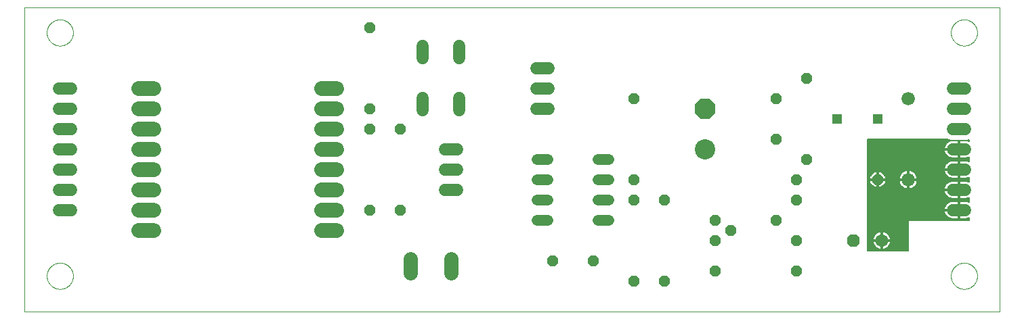
<source format=gtl>
G75*
%MOIN*%
%OFA0B0*%
%FSLAX25Y25*%
%IPPOS*%
%LPD*%
%AMOC8*
5,1,8,0,0,1.08239X$1,22.5*
%
%ADD10C,0.00000*%
%ADD11C,0.10000*%
%ADD12OC8,0.10000*%
%ADD13OC8,0.05200*%
%ADD14OC8,0.06300*%
%ADD15C,0.06300*%
%ADD16C,0.06600*%
%ADD17C,0.05200*%
%ADD18C,0.06000*%
%ADD19R,0.05150X0.05150*%
%ADD20C,0.07200*%
%ADD21C,0.07050*%
%ADD22C,0.00600*%
D10*
X0001600Y0001600D02*
X0001600Y0151600D01*
X0481600Y0151600D01*
X0481600Y0001600D01*
X0001600Y0001600D01*
X0012650Y0019100D02*
X0012652Y0019260D01*
X0012658Y0019420D01*
X0012668Y0019580D01*
X0012682Y0019740D01*
X0012700Y0019899D01*
X0012721Y0020058D01*
X0012747Y0020216D01*
X0012777Y0020373D01*
X0012810Y0020530D01*
X0012848Y0020685D01*
X0012889Y0020840D01*
X0012934Y0020994D01*
X0012983Y0021146D01*
X0013036Y0021298D01*
X0013092Y0021448D01*
X0013153Y0021596D01*
X0013216Y0021743D01*
X0013284Y0021888D01*
X0013355Y0022032D01*
X0013429Y0022174D01*
X0013507Y0022313D01*
X0013589Y0022451D01*
X0013674Y0022587D01*
X0013762Y0022721D01*
X0013854Y0022852D01*
X0013949Y0022981D01*
X0014047Y0023108D01*
X0014148Y0023232D01*
X0014252Y0023354D01*
X0014359Y0023473D01*
X0014469Y0023590D01*
X0014582Y0023703D01*
X0014698Y0023814D01*
X0014816Y0023922D01*
X0014937Y0024027D01*
X0015061Y0024129D01*
X0015187Y0024227D01*
X0015315Y0024323D01*
X0015446Y0024415D01*
X0015579Y0024504D01*
X0015715Y0024590D01*
X0015852Y0024672D01*
X0015991Y0024751D01*
X0016133Y0024827D01*
X0016276Y0024899D01*
X0016421Y0024967D01*
X0016567Y0025032D01*
X0016715Y0025093D01*
X0016865Y0025150D01*
X0017016Y0025204D01*
X0017168Y0025254D01*
X0017321Y0025300D01*
X0017476Y0025342D01*
X0017631Y0025381D01*
X0017788Y0025415D01*
X0017945Y0025446D01*
X0018103Y0025472D01*
X0018261Y0025495D01*
X0018420Y0025514D01*
X0018580Y0025529D01*
X0018740Y0025540D01*
X0018900Y0025547D01*
X0019060Y0025550D01*
X0019220Y0025549D01*
X0019380Y0025544D01*
X0019540Y0025535D01*
X0019700Y0025522D01*
X0019859Y0025505D01*
X0020018Y0025484D01*
X0020176Y0025460D01*
X0020334Y0025431D01*
X0020491Y0025398D01*
X0020647Y0025362D01*
X0020802Y0025322D01*
X0020956Y0025277D01*
X0021108Y0025229D01*
X0021260Y0025178D01*
X0021410Y0025122D01*
X0021559Y0025063D01*
X0021706Y0025000D01*
X0021852Y0024933D01*
X0021996Y0024863D01*
X0022138Y0024790D01*
X0022279Y0024712D01*
X0022417Y0024632D01*
X0022553Y0024548D01*
X0022688Y0024460D01*
X0022820Y0024369D01*
X0022949Y0024275D01*
X0023077Y0024178D01*
X0023202Y0024078D01*
X0023324Y0023975D01*
X0023444Y0023868D01*
X0023561Y0023759D01*
X0023675Y0023647D01*
X0023786Y0023532D01*
X0023895Y0023414D01*
X0024001Y0023294D01*
X0024103Y0023171D01*
X0024203Y0023045D01*
X0024299Y0022917D01*
X0024392Y0022787D01*
X0024482Y0022654D01*
X0024569Y0022519D01*
X0024652Y0022383D01*
X0024732Y0022244D01*
X0024808Y0022103D01*
X0024881Y0021960D01*
X0024950Y0021816D01*
X0025016Y0021670D01*
X0025078Y0021522D01*
X0025136Y0021373D01*
X0025191Y0021222D01*
X0025242Y0021070D01*
X0025289Y0020917D01*
X0025332Y0020763D01*
X0025371Y0020608D01*
X0025407Y0020451D01*
X0025438Y0020294D01*
X0025466Y0020137D01*
X0025490Y0019978D01*
X0025510Y0019819D01*
X0025526Y0019660D01*
X0025538Y0019500D01*
X0025546Y0019340D01*
X0025550Y0019180D01*
X0025550Y0019020D01*
X0025546Y0018860D01*
X0025538Y0018700D01*
X0025526Y0018540D01*
X0025510Y0018381D01*
X0025490Y0018222D01*
X0025466Y0018063D01*
X0025438Y0017906D01*
X0025407Y0017749D01*
X0025371Y0017592D01*
X0025332Y0017437D01*
X0025289Y0017283D01*
X0025242Y0017130D01*
X0025191Y0016978D01*
X0025136Y0016827D01*
X0025078Y0016678D01*
X0025016Y0016530D01*
X0024950Y0016384D01*
X0024881Y0016240D01*
X0024808Y0016097D01*
X0024732Y0015956D01*
X0024652Y0015817D01*
X0024569Y0015681D01*
X0024482Y0015546D01*
X0024392Y0015413D01*
X0024299Y0015283D01*
X0024203Y0015155D01*
X0024103Y0015029D01*
X0024001Y0014906D01*
X0023895Y0014786D01*
X0023786Y0014668D01*
X0023675Y0014553D01*
X0023561Y0014441D01*
X0023444Y0014332D01*
X0023324Y0014225D01*
X0023202Y0014122D01*
X0023077Y0014022D01*
X0022949Y0013925D01*
X0022820Y0013831D01*
X0022688Y0013740D01*
X0022553Y0013652D01*
X0022417Y0013568D01*
X0022279Y0013488D01*
X0022138Y0013410D01*
X0021996Y0013337D01*
X0021852Y0013267D01*
X0021706Y0013200D01*
X0021559Y0013137D01*
X0021410Y0013078D01*
X0021260Y0013022D01*
X0021108Y0012971D01*
X0020956Y0012923D01*
X0020802Y0012878D01*
X0020647Y0012838D01*
X0020491Y0012802D01*
X0020334Y0012769D01*
X0020176Y0012740D01*
X0020018Y0012716D01*
X0019859Y0012695D01*
X0019700Y0012678D01*
X0019540Y0012665D01*
X0019380Y0012656D01*
X0019220Y0012651D01*
X0019060Y0012650D01*
X0018900Y0012653D01*
X0018740Y0012660D01*
X0018580Y0012671D01*
X0018420Y0012686D01*
X0018261Y0012705D01*
X0018103Y0012728D01*
X0017945Y0012754D01*
X0017788Y0012785D01*
X0017631Y0012819D01*
X0017476Y0012858D01*
X0017321Y0012900D01*
X0017168Y0012946D01*
X0017016Y0012996D01*
X0016865Y0013050D01*
X0016715Y0013107D01*
X0016567Y0013168D01*
X0016421Y0013233D01*
X0016276Y0013301D01*
X0016133Y0013373D01*
X0015991Y0013449D01*
X0015852Y0013528D01*
X0015715Y0013610D01*
X0015579Y0013696D01*
X0015446Y0013785D01*
X0015315Y0013877D01*
X0015187Y0013973D01*
X0015061Y0014071D01*
X0014937Y0014173D01*
X0014816Y0014278D01*
X0014698Y0014386D01*
X0014582Y0014497D01*
X0014469Y0014610D01*
X0014359Y0014727D01*
X0014252Y0014846D01*
X0014148Y0014968D01*
X0014047Y0015092D01*
X0013949Y0015219D01*
X0013854Y0015348D01*
X0013762Y0015479D01*
X0013674Y0015613D01*
X0013589Y0015749D01*
X0013507Y0015887D01*
X0013429Y0016026D01*
X0013355Y0016168D01*
X0013284Y0016312D01*
X0013216Y0016457D01*
X0013153Y0016604D01*
X0013092Y0016752D01*
X0013036Y0016902D01*
X0012983Y0017054D01*
X0012934Y0017206D01*
X0012889Y0017360D01*
X0012848Y0017515D01*
X0012810Y0017670D01*
X0012777Y0017827D01*
X0012747Y0017984D01*
X0012721Y0018142D01*
X0012700Y0018301D01*
X0012682Y0018460D01*
X0012668Y0018620D01*
X0012658Y0018780D01*
X0012652Y0018940D01*
X0012650Y0019100D01*
X0012650Y0139100D02*
X0012652Y0139260D01*
X0012658Y0139420D01*
X0012668Y0139580D01*
X0012682Y0139740D01*
X0012700Y0139899D01*
X0012721Y0140058D01*
X0012747Y0140216D01*
X0012777Y0140373D01*
X0012810Y0140530D01*
X0012848Y0140685D01*
X0012889Y0140840D01*
X0012934Y0140994D01*
X0012983Y0141146D01*
X0013036Y0141298D01*
X0013092Y0141448D01*
X0013153Y0141596D01*
X0013216Y0141743D01*
X0013284Y0141888D01*
X0013355Y0142032D01*
X0013429Y0142174D01*
X0013507Y0142313D01*
X0013589Y0142451D01*
X0013674Y0142587D01*
X0013762Y0142721D01*
X0013854Y0142852D01*
X0013949Y0142981D01*
X0014047Y0143108D01*
X0014148Y0143232D01*
X0014252Y0143354D01*
X0014359Y0143473D01*
X0014469Y0143590D01*
X0014582Y0143703D01*
X0014698Y0143814D01*
X0014816Y0143922D01*
X0014937Y0144027D01*
X0015061Y0144129D01*
X0015187Y0144227D01*
X0015315Y0144323D01*
X0015446Y0144415D01*
X0015579Y0144504D01*
X0015715Y0144590D01*
X0015852Y0144672D01*
X0015991Y0144751D01*
X0016133Y0144827D01*
X0016276Y0144899D01*
X0016421Y0144967D01*
X0016567Y0145032D01*
X0016715Y0145093D01*
X0016865Y0145150D01*
X0017016Y0145204D01*
X0017168Y0145254D01*
X0017321Y0145300D01*
X0017476Y0145342D01*
X0017631Y0145381D01*
X0017788Y0145415D01*
X0017945Y0145446D01*
X0018103Y0145472D01*
X0018261Y0145495D01*
X0018420Y0145514D01*
X0018580Y0145529D01*
X0018740Y0145540D01*
X0018900Y0145547D01*
X0019060Y0145550D01*
X0019220Y0145549D01*
X0019380Y0145544D01*
X0019540Y0145535D01*
X0019700Y0145522D01*
X0019859Y0145505D01*
X0020018Y0145484D01*
X0020176Y0145460D01*
X0020334Y0145431D01*
X0020491Y0145398D01*
X0020647Y0145362D01*
X0020802Y0145322D01*
X0020956Y0145277D01*
X0021108Y0145229D01*
X0021260Y0145178D01*
X0021410Y0145122D01*
X0021559Y0145063D01*
X0021706Y0145000D01*
X0021852Y0144933D01*
X0021996Y0144863D01*
X0022138Y0144790D01*
X0022279Y0144712D01*
X0022417Y0144632D01*
X0022553Y0144548D01*
X0022688Y0144460D01*
X0022820Y0144369D01*
X0022949Y0144275D01*
X0023077Y0144178D01*
X0023202Y0144078D01*
X0023324Y0143975D01*
X0023444Y0143868D01*
X0023561Y0143759D01*
X0023675Y0143647D01*
X0023786Y0143532D01*
X0023895Y0143414D01*
X0024001Y0143294D01*
X0024103Y0143171D01*
X0024203Y0143045D01*
X0024299Y0142917D01*
X0024392Y0142787D01*
X0024482Y0142654D01*
X0024569Y0142519D01*
X0024652Y0142383D01*
X0024732Y0142244D01*
X0024808Y0142103D01*
X0024881Y0141960D01*
X0024950Y0141816D01*
X0025016Y0141670D01*
X0025078Y0141522D01*
X0025136Y0141373D01*
X0025191Y0141222D01*
X0025242Y0141070D01*
X0025289Y0140917D01*
X0025332Y0140763D01*
X0025371Y0140608D01*
X0025407Y0140451D01*
X0025438Y0140294D01*
X0025466Y0140137D01*
X0025490Y0139978D01*
X0025510Y0139819D01*
X0025526Y0139660D01*
X0025538Y0139500D01*
X0025546Y0139340D01*
X0025550Y0139180D01*
X0025550Y0139020D01*
X0025546Y0138860D01*
X0025538Y0138700D01*
X0025526Y0138540D01*
X0025510Y0138381D01*
X0025490Y0138222D01*
X0025466Y0138063D01*
X0025438Y0137906D01*
X0025407Y0137749D01*
X0025371Y0137592D01*
X0025332Y0137437D01*
X0025289Y0137283D01*
X0025242Y0137130D01*
X0025191Y0136978D01*
X0025136Y0136827D01*
X0025078Y0136678D01*
X0025016Y0136530D01*
X0024950Y0136384D01*
X0024881Y0136240D01*
X0024808Y0136097D01*
X0024732Y0135956D01*
X0024652Y0135817D01*
X0024569Y0135681D01*
X0024482Y0135546D01*
X0024392Y0135413D01*
X0024299Y0135283D01*
X0024203Y0135155D01*
X0024103Y0135029D01*
X0024001Y0134906D01*
X0023895Y0134786D01*
X0023786Y0134668D01*
X0023675Y0134553D01*
X0023561Y0134441D01*
X0023444Y0134332D01*
X0023324Y0134225D01*
X0023202Y0134122D01*
X0023077Y0134022D01*
X0022949Y0133925D01*
X0022820Y0133831D01*
X0022688Y0133740D01*
X0022553Y0133652D01*
X0022417Y0133568D01*
X0022279Y0133488D01*
X0022138Y0133410D01*
X0021996Y0133337D01*
X0021852Y0133267D01*
X0021706Y0133200D01*
X0021559Y0133137D01*
X0021410Y0133078D01*
X0021260Y0133022D01*
X0021108Y0132971D01*
X0020956Y0132923D01*
X0020802Y0132878D01*
X0020647Y0132838D01*
X0020491Y0132802D01*
X0020334Y0132769D01*
X0020176Y0132740D01*
X0020018Y0132716D01*
X0019859Y0132695D01*
X0019700Y0132678D01*
X0019540Y0132665D01*
X0019380Y0132656D01*
X0019220Y0132651D01*
X0019060Y0132650D01*
X0018900Y0132653D01*
X0018740Y0132660D01*
X0018580Y0132671D01*
X0018420Y0132686D01*
X0018261Y0132705D01*
X0018103Y0132728D01*
X0017945Y0132754D01*
X0017788Y0132785D01*
X0017631Y0132819D01*
X0017476Y0132858D01*
X0017321Y0132900D01*
X0017168Y0132946D01*
X0017016Y0132996D01*
X0016865Y0133050D01*
X0016715Y0133107D01*
X0016567Y0133168D01*
X0016421Y0133233D01*
X0016276Y0133301D01*
X0016133Y0133373D01*
X0015991Y0133449D01*
X0015852Y0133528D01*
X0015715Y0133610D01*
X0015579Y0133696D01*
X0015446Y0133785D01*
X0015315Y0133877D01*
X0015187Y0133973D01*
X0015061Y0134071D01*
X0014937Y0134173D01*
X0014816Y0134278D01*
X0014698Y0134386D01*
X0014582Y0134497D01*
X0014469Y0134610D01*
X0014359Y0134727D01*
X0014252Y0134846D01*
X0014148Y0134968D01*
X0014047Y0135092D01*
X0013949Y0135219D01*
X0013854Y0135348D01*
X0013762Y0135479D01*
X0013674Y0135613D01*
X0013589Y0135749D01*
X0013507Y0135887D01*
X0013429Y0136026D01*
X0013355Y0136168D01*
X0013284Y0136312D01*
X0013216Y0136457D01*
X0013153Y0136604D01*
X0013092Y0136752D01*
X0013036Y0136902D01*
X0012983Y0137054D01*
X0012934Y0137206D01*
X0012889Y0137360D01*
X0012848Y0137515D01*
X0012810Y0137670D01*
X0012777Y0137827D01*
X0012747Y0137984D01*
X0012721Y0138142D01*
X0012700Y0138301D01*
X0012682Y0138460D01*
X0012668Y0138620D01*
X0012658Y0138780D01*
X0012652Y0138940D01*
X0012650Y0139100D01*
X0457650Y0139100D02*
X0457652Y0139260D01*
X0457658Y0139420D01*
X0457668Y0139580D01*
X0457682Y0139740D01*
X0457700Y0139899D01*
X0457721Y0140058D01*
X0457747Y0140216D01*
X0457777Y0140373D01*
X0457810Y0140530D01*
X0457848Y0140685D01*
X0457889Y0140840D01*
X0457934Y0140994D01*
X0457983Y0141146D01*
X0458036Y0141298D01*
X0458092Y0141448D01*
X0458153Y0141596D01*
X0458216Y0141743D01*
X0458284Y0141888D01*
X0458355Y0142032D01*
X0458429Y0142174D01*
X0458507Y0142313D01*
X0458589Y0142451D01*
X0458674Y0142587D01*
X0458762Y0142721D01*
X0458854Y0142852D01*
X0458949Y0142981D01*
X0459047Y0143108D01*
X0459148Y0143232D01*
X0459252Y0143354D01*
X0459359Y0143473D01*
X0459469Y0143590D01*
X0459582Y0143703D01*
X0459698Y0143814D01*
X0459816Y0143922D01*
X0459937Y0144027D01*
X0460061Y0144129D01*
X0460187Y0144227D01*
X0460315Y0144323D01*
X0460446Y0144415D01*
X0460579Y0144504D01*
X0460715Y0144590D01*
X0460852Y0144672D01*
X0460991Y0144751D01*
X0461133Y0144827D01*
X0461276Y0144899D01*
X0461421Y0144967D01*
X0461567Y0145032D01*
X0461715Y0145093D01*
X0461865Y0145150D01*
X0462016Y0145204D01*
X0462168Y0145254D01*
X0462321Y0145300D01*
X0462476Y0145342D01*
X0462631Y0145381D01*
X0462788Y0145415D01*
X0462945Y0145446D01*
X0463103Y0145472D01*
X0463261Y0145495D01*
X0463420Y0145514D01*
X0463580Y0145529D01*
X0463740Y0145540D01*
X0463900Y0145547D01*
X0464060Y0145550D01*
X0464220Y0145549D01*
X0464380Y0145544D01*
X0464540Y0145535D01*
X0464700Y0145522D01*
X0464859Y0145505D01*
X0465018Y0145484D01*
X0465176Y0145460D01*
X0465334Y0145431D01*
X0465491Y0145398D01*
X0465647Y0145362D01*
X0465802Y0145322D01*
X0465956Y0145277D01*
X0466108Y0145229D01*
X0466260Y0145178D01*
X0466410Y0145122D01*
X0466559Y0145063D01*
X0466706Y0145000D01*
X0466852Y0144933D01*
X0466996Y0144863D01*
X0467138Y0144790D01*
X0467279Y0144712D01*
X0467417Y0144632D01*
X0467553Y0144548D01*
X0467688Y0144460D01*
X0467820Y0144369D01*
X0467949Y0144275D01*
X0468077Y0144178D01*
X0468202Y0144078D01*
X0468324Y0143975D01*
X0468444Y0143868D01*
X0468561Y0143759D01*
X0468675Y0143647D01*
X0468786Y0143532D01*
X0468895Y0143414D01*
X0469001Y0143294D01*
X0469103Y0143171D01*
X0469203Y0143045D01*
X0469299Y0142917D01*
X0469392Y0142787D01*
X0469482Y0142654D01*
X0469569Y0142519D01*
X0469652Y0142383D01*
X0469732Y0142244D01*
X0469808Y0142103D01*
X0469881Y0141960D01*
X0469950Y0141816D01*
X0470016Y0141670D01*
X0470078Y0141522D01*
X0470136Y0141373D01*
X0470191Y0141222D01*
X0470242Y0141070D01*
X0470289Y0140917D01*
X0470332Y0140763D01*
X0470371Y0140608D01*
X0470407Y0140451D01*
X0470438Y0140294D01*
X0470466Y0140137D01*
X0470490Y0139978D01*
X0470510Y0139819D01*
X0470526Y0139660D01*
X0470538Y0139500D01*
X0470546Y0139340D01*
X0470550Y0139180D01*
X0470550Y0139020D01*
X0470546Y0138860D01*
X0470538Y0138700D01*
X0470526Y0138540D01*
X0470510Y0138381D01*
X0470490Y0138222D01*
X0470466Y0138063D01*
X0470438Y0137906D01*
X0470407Y0137749D01*
X0470371Y0137592D01*
X0470332Y0137437D01*
X0470289Y0137283D01*
X0470242Y0137130D01*
X0470191Y0136978D01*
X0470136Y0136827D01*
X0470078Y0136678D01*
X0470016Y0136530D01*
X0469950Y0136384D01*
X0469881Y0136240D01*
X0469808Y0136097D01*
X0469732Y0135956D01*
X0469652Y0135817D01*
X0469569Y0135681D01*
X0469482Y0135546D01*
X0469392Y0135413D01*
X0469299Y0135283D01*
X0469203Y0135155D01*
X0469103Y0135029D01*
X0469001Y0134906D01*
X0468895Y0134786D01*
X0468786Y0134668D01*
X0468675Y0134553D01*
X0468561Y0134441D01*
X0468444Y0134332D01*
X0468324Y0134225D01*
X0468202Y0134122D01*
X0468077Y0134022D01*
X0467949Y0133925D01*
X0467820Y0133831D01*
X0467688Y0133740D01*
X0467553Y0133652D01*
X0467417Y0133568D01*
X0467279Y0133488D01*
X0467138Y0133410D01*
X0466996Y0133337D01*
X0466852Y0133267D01*
X0466706Y0133200D01*
X0466559Y0133137D01*
X0466410Y0133078D01*
X0466260Y0133022D01*
X0466108Y0132971D01*
X0465956Y0132923D01*
X0465802Y0132878D01*
X0465647Y0132838D01*
X0465491Y0132802D01*
X0465334Y0132769D01*
X0465176Y0132740D01*
X0465018Y0132716D01*
X0464859Y0132695D01*
X0464700Y0132678D01*
X0464540Y0132665D01*
X0464380Y0132656D01*
X0464220Y0132651D01*
X0464060Y0132650D01*
X0463900Y0132653D01*
X0463740Y0132660D01*
X0463580Y0132671D01*
X0463420Y0132686D01*
X0463261Y0132705D01*
X0463103Y0132728D01*
X0462945Y0132754D01*
X0462788Y0132785D01*
X0462631Y0132819D01*
X0462476Y0132858D01*
X0462321Y0132900D01*
X0462168Y0132946D01*
X0462016Y0132996D01*
X0461865Y0133050D01*
X0461715Y0133107D01*
X0461567Y0133168D01*
X0461421Y0133233D01*
X0461276Y0133301D01*
X0461133Y0133373D01*
X0460991Y0133449D01*
X0460852Y0133528D01*
X0460715Y0133610D01*
X0460579Y0133696D01*
X0460446Y0133785D01*
X0460315Y0133877D01*
X0460187Y0133973D01*
X0460061Y0134071D01*
X0459937Y0134173D01*
X0459816Y0134278D01*
X0459698Y0134386D01*
X0459582Y0134497D01*
X0459469Y0134610D01*
X0459359Y0134727D01*
X0459252Y0134846D01*
X0459148Y0134968D01*
X0459047Y0135092D01*
X0458949Y0135219D01*
X0458854Y0135348D01*
X0458762Y0135479D01*
X0458674Y0135613D01*
X0458589Y0135749D01*
X0458507Y0135887D01*
X0458429Y0136026D01*
X0458355Y0136168D01*
X0458284Y0136312D01*
X0458216Y0136457D01*
X0458153Y0136604D01*
X0458092Y0136752D01*
X0458036Y0136902D01*
X0457983Y0137054D01*
X0457934Y0137206D01*
X0457889Y0137360D01*
X0457848Y0137515D01*
X0457810Y0137670D01*
X0457777Y0137827D01*
X0457747Y0137984D01*
X0457721Y0138142D01*
X0457700Y0138301D01*
X0457682Y0138460D01*
X0457668Y0138620D01*
X0457658Y0138780D01*
X0457652Y0138940D01*
X0457650Y0139100D01*
X0457650Y0019100D02*
X0457652Y0019260D01*
X0457658Y0019420D01*
X0457668Y0019580D01*
X0457682Y0019740D01*
X0457700Y0019899D01*
X0457721Y0020058D01*
X0457747Y0020216D01*
X0457777Y0020373D01*
X0457810Y0020530D01*
X0457848Y0020685D01*
X0457889Y0020840D01*
X0457934Y0020994D01*
X0457983Y0021146D01*
X0458036Y0021298D01*
X0458092Y0021448D01*
X0458153Y0021596D01*
X0458216Y0021743D01*
X0458284Y0021888D01*
X0458355Y0022032D01*
X0458429Y0022174D01*
X0458507Y0022313D01*
X0458589Y0022451D01*
X0458674Y0022587D01*
X0458762Y0022721D01*
X0458854Y0022852D01*
X0458949Y0022981D01*
X0459047Y0023108D01*
X0459148Y0023232D01*
X0459252Y0023354D01*
X0459359Y0023473D01*
X0459469Y0023590D01*
X0459582Y0023703D01*
X0459698Y0023814D01*
X0459816Y0023922D01*
X0459937Y0024027D01*
X0460061Y0024129D01*
X0460187Y0024227D01*
X0460315Y0024323D01*
X0460446Y0024415D01*
X0460579Y0024504D01*
X0460715Y0024590D01*
X0460852Y0024672D01*
X0460991Y0024751D01*
X0461133Y0024827D01*
X0461276Y0024899D01*
X0461421Y0024967D01*
X0461567Y0025032D01*
X0461715Y0025093D01*
X0461865Y0025150D01*
X0462016Y0025204D01*
X0462168Y0025254D01*
X0462321Y0025300D01*
X0462476Y0025342D01*
X0462631Y0025381D01*
X0462788Y0025415D01*
X0462945Y0025446D01*
X0463103Y0025472D01*
X0463261Y0025495D01*
X0463420Y0025514D01*
X0463580Y0025529D01*
X0463740Y0025540D01*
X0463900Y0025547D01*
X0464060Y0025550D01*
X0464220Y0025549D01*
X0464380Y0025544D01*
X0464540Y0025535D01*
X0464700Y0025522D01*
X0464859Y0025505D01*
X0465018Y0025484D01*
X0465176Y0025460D01*
X0465334Y0025431D01*
X0465491Y0025398D01*
X0465647Y0025362D01*
X0465802Y0025322D01*
X0465956Y0025277D01*
X0466108Y0025229D01*
X0466260Y0025178D01*
X0466410Y0025122D01*
X0466559Y0025063D01*
X0466706Y0025000D01*
X0466852Y0024933D01*
X0466996Y0024863D01*
X0467138Y0024790D01*
X0467279Y0024712D01*
X0467417Y0024632D01*
X0467553Y0024548D01*
X0467688Y0024460D01*
X0467820Y0024369D01*
X0467949Y0024275D01*
X0468077Y0024178D01*
X0468202Y0024078D01*
X0468324Y0023975D01*
X0468444Y0023868D01*
X0468561Y0023759D01*
X0468675Y0023647D01*
X0468786Y0023532D01*
X0468895Y0023414D01*
X0469001Y0023294D01*
X0469103Y0023171D01*
X0469203Y0023045D01*
X0469299Y0022917D01*
X0469392Y0022787D01*
X0469482Y0022654D01*
X0469569Y0022519D01*
X0469652Y0022383D01*
X0469732Y0022244D01*
X0469808Y0022103D01*
X0469881Y0021960D01*
X0469950Y0021816D01*
X0470016Y0021670D01*
X0470078Y0021522D01*
X0470136Y0021373D01*
X0470191Y0021222D01*
X0470242Y0021070D01*
X0470289Y0020917D01*
X0470332Y0020763D01*
X0470371Y0020608D01*
X0470407Y0020451D01*
X0470438Y0020294D01*
X0470466Y0020137D01*
X0470490Y0019978D01*
X0470510Y0019819D01*
X0470526Y0019660D01*
X0470538Y0019500D01*
X0470546Y0019340D01*
X0470550Y0019180D01*
X0470550Y0019020D01*
X0470546Y0018860D01*
X0470538Y0018700D01*
X0470526Y0018540D01*
X0470510Y0018381D01*
X0470490Y0018222D01*
X0470466Y0018063D01*
X0470438Y0017906D01*
X0470407Y0017749D01*
X0470371Y0017592D01*
X0470332Y0017437D01*
X0470289Y0017283D01*
X0470242Y0017130D01*
X0470191Y0016978D01*
X0470136Y0016827D01*
X0470078Y0016678D01*
X0470016Y0016530D01*
X0469950Y0016384D01*
X0469881Y0016240D01*
X0469808Y0016097D01*
X0469732Y0015956D01*
X0469652Y0015817D01*
X0469569Y0015681D01*
X0469482Y0015546D01*
X0469392Y0015413D01*
X0469299Y0015283D01*
X0469203Y0015155D01*
X0469103Y0015029D01*
X0469001Y0014906D01*
X0468895Y0014786D01*
X0468786Y0014668D01*
X0468675Y0014553D01*
X0468561Y0014441D01*
X0468444Y0014332D01*
X0468324Y0014225D01*
X0468202Y0014122D01*
X0468077Y0014022D01*
X0467949Y0013925D01*
X0467820Y0013831D01*
X0467688Y0013740D01*
X0467553Y0013652D01*
X0467417Y0013568D01*
X0467279Y0013488D01*
X0467138Y0013410D01*
X0466996Y0013337D01*
X0466852Y0013267D01*
X0466706Y0013200D01*
X0466559Y0013137D01*
X0466410Y0013078D01*
X0466260Y0013022D01*
X0466108Y0012971D01*
X0465956Y0012923D01*
X0465802Y0012878D01*
X0465647Y0012838D01*
X0465491Y0012802D01*
X0465334Y0012769D01*
X0465176Y0012740D01*
X0465018Y0012716D01*
X0464859Y0012695D01*
X0464700Y0012678D01*
X0464540Y0012665D01*
X0464380Y0012656D01*
X0464220Y0012651D01*
X0464060Y0012650D01*
X0463900Y0012653D01*
X0463740Y0012660D01*
X0463580Y0012671D01*
X0463420Y0012686D01*
X0463261Y0012705D01*
X0463103Y0012728D01*
X0462945Y0012754D01*
X0462788Y0012785D01*
X0462631Y0012819D01*
X0462476Y0012858D01*
X0462321Y0012900D01*
X0462168Y0012946D01*
X0462016Y0012996D01*
X0461865Y0013050D01*
X0461715Y0013107D01*
X0461567Y0013168D01*
X0461421Y0013233D01*
X0461276Y0013301D01*
X0461133Y0013373D01*
X0460991Y0013449D01*
X0460852Y0013528D01*
X0460715Y0013610D01*
X0460579Y0013696D01*
X0460446Y0013785D01*
X0460315Y0013877D01*
X0460187Y0013973D01*
X0460061Y0014071D01*
X0459937Y0014173D01*
X0459816Y0014278D01*
X0459698Y0014386D01*
X0459582Y0014497D01*
X0459469Y0014610D01*
X0459359Y0014727D01*
X0459252Y0014846D01*
X0459148Y0014968D01*
X0459047Y0015092D01*
X0458949Y0015219D01*
X0458854Y0015348D01*
X0458762Y0015479D01*
X0458674Y0015613D01*
X0458589Y0015749D01*
X0458507Y0015887D01*
X0458429Y0016026D01*
X0458355Y0016168D01*
X0458284Y0016312D01*
X0458216Y0016457D01*
X0458153Y0016604D01*
X0458092Y0016752D01*
X0458036Y0016902D01*
X0457983Y0017054D01*
X0457934Y0017206D01*
X0457889Y0017360D01*
X0457848Y0017515D01*
X0457810Y0017670D01*
X0457777Y0017827D01*
X0457747Y0017984D01*
X0457721Y0018142D01*
X0457700Y0018301D01*
X0457682Y0018460D01*
X0457668Y0018620D01*
X0457658Y0018780D01*
X0457652Y0018940D01*
X0457650Y0019100D01*
D11*
X0336600Y0081600D03*
D12*
X0336600Y0101600D03*
D13*
X0301600Y0106600D03*
X0371600Y0106600D03*
X0386600Y0116600D03*
X0371600Y0086600D03*
X0386600Y0076600D03*
X0381600Y0066600D03*
X0381600Y0056600D03*
X0371600Y0046600D03*
X0349100Y0041600D03*
X0341600Y0046600D03*
X0316600Y0056600D03*
X0301600Y0056600D03*
X0301600Y0066600D03*
X0341600Y0036600D03*
X0381600Y0036600D03*
X0381600Y0021600D03*
X0341600Y0021600D03*
X0316600Y0016600D03*
X0301600Y0016600D03*
X0281600Y0026600D03*
X0261600Y0026600D03*
X0186600Y0051600D03*
X0171600Y0051600D03*
X0171600Y0091600D03*
X0186600Y0091600D03*
X0171600Y0101600D03*
X0171600Y0141600D03*
X0421600Y0066600D03*
D14*
X0409600Y0036600D03*
D15*
X0423600Y0036600D03*
D16*
X0436600Y0066600D03*
X0436600Y0106600D03*
D17*
X0289200Y0076600D02*
X0284000Y0076600D01*
X0259200Y0076600D02*
X0254000Y0076600D01*
X0254000Y0066600D02*
X0259200Y0066600D01*
X0284000Y0066600D02*
X0289200Y0066600D01*
X0289200Y0056600D02*
X0284000Y0056600D01*
X0259200Y0056600D02*
X0254000Y0056600D01*
X0254000Y0046600D02*
X0259200Y0046600D01*
X0284000Y0046600D02*
X0289200Y0046600D01*
D18*
X0214600Y0061600D02*
X0208600Y0061600D01*
X0208600Y0071600D02*
X0214600Y0071600D01*
X0214600Y0081600D02*
X0208600Y0081600D01*
X0215500Y0100800D02*
X0215500Y0106800D01*
X0197700Y0106800D02*
X0197700Y0100800D01*
X0253600Y0101600D02*
X0259600Y0101600D01*
X0259600Y0111600D02*
X0253600Y0111600D01*
X0253600Y0121600D02*
X0259600Y0121600D01*
X0215500Y0126400D02*
X0215500Y0132400D01*
X0197700Y0132400D02*
X0197700Y0126400D01*
X0024600Y0111600D02*
X0018600Y0111600D01*
X0018600Y0101600D02*
X0024600Y0101600D01*
X0024600Y0091600D02*
X0018600Y0091600D01*
X0018600Y0081600D02*
X0024600Y0081600D01*
X0024600Y0071600D02*
X0018600Y0071600D01*
X0018600Y0061600D02*
X0024600Y0061600D01*
X0024600Y0051600D02*
X0018600Y0051600D01*
X0458600Y0051600D02*
X0464600Y0051600D01*
X0464600Y0061600D02*
X0458600Y0061600D01*
X0458600Y0071600D02*
X0464600Y0071600D01*
X0464600Y0081600D02*
X0458600Y0081600D01*
X0458600Y0091600D02*
X0464600Y0091600D01*
X0464600Y0101600D02*
X0458600Y0101600D01*
X0458600Y0111600D02*
X0464600Y0111600D01*
D19*
X0421443Y0096600D03*
X0401757Y0096600D03*
D20*
X0155200Y0091600D02*
X0148000Y0091600D01*
X0148000Y0081600D02*
X0155200Y0081600D01*
X0155200Y0071600D02*
X0148000Y0071600D01*
X0148000Y0061600D02*
X0155200Y0061600D01*
X0155200Y0051600D02*
X0148000Y0051600D01*
X0148000Y0041600D02*
X0155200Y0041600D01*
X0065200Y0041600D02*
X0058000Y0041600D01*
X0058000Y0051600D02*
X0065200Y0051600D01*
X0065200Y0061600D02*
X0058000Y0061600D01*
X0058000Y0071600D02*
X0065200Y0071600D01*
X0065200Y0081600D02*
X0058000Y0081600D01*
X0058000Y0091600D02*
X0065200Y0091600D01*
X0065200Y0101600D02*
X0058000Y0101600D01*
X0058000Y0111600D02*
X0065200Y0111600D01*
X0148000Y0111600D02*
X0155200Y0111600D01*
X0155200Y0101600D02*
X0148000Y0101600D01*
D21*
X0191600Y0027625D02*
X0191600Y0020575D01*
X0211600Y0020575D02*
X0211600Y0027625D01*
D22*
X0416600Y0031600D02*
X0416600Y0086600D01*
X0455776Y0086600D01*
X0457466Y0085900D01*
X0465734Y0085900D01*
X0466600Y0086259D01*
X0466600Y0085407D01*
X0466251Y0085585D01*
X0465607Y0085794D01*
X0464938Y0085900D01*
X0461900Y0085900D01*
X0461900Y0081900D01*
X0461300Y0081900D01*
X0461300Y0085900D01*
X0458262Y0085900D01*
X0457593Y0085794D01*
X0456949Y0085585D01*
X0456346Y0085278D01*
X0455799Y0084880D01*
X0455320Y0084401D01*
X0454922Y0083854D01*
X0454615Y0083251D01*
X0454406Y0082607D01*
X0454300Y0081938D01*
X0454300Y0081900D01*
X0461300Y0081900D01*
X0461300Y0081300D01*
X0461900Y0081300D01*
X0461900Y0077300D01*
X0464938Y0077300D01*
X0465607Y0077406D01*
X0466251Y0077615D01*
X0466600Y0077793D01*
X0466600Y0075407D01*
X0466251Y0075585D01*
X0465607Y0075794D01*
X0464938Y0075900D01*
X0461900Y0075900D01*
X0461900Y0071900D01*
X0461300Y0071900D01*
X0461300Y0075900D01*
X0458262Y0075900D01*
X0457593Y0075794D01*
X0456949Y0075585D01*
X0456346Y0075278D01*
X0455799Y0074880D01*
X0455320Y0074401D01*
X0454922Y0073854D01*
X0454615Y0073251D01*
X0454406Y0072607D01*
X0454300Y0071938D01*
X0454300Y0071900D01*
X0461300Y0071900D01*
X0461300Y0071300D01*
X0461900Y0071300D01*
X0461900Y0067300D01*
X0464938Y0067300D01*
X0465607Y0067406D01*
X0466251Y0067615D01*
X0466600Y0067793D01*
X0466600Y0065407D01*
X0466251Y0065585D01*
X0465607Y0065794D01*
X0464938Y0065900D01*
X0461900Y0065900D01*
X0461900Y0061900D01*
X0461300Y0061900D01*
X0461300Y0065900D01*
X0458262Y0065900D01*
X0457593Y0065794D01*
X0456949Y0065585D01*
X0456346Y0065278D01*
X0455799Y0064880D01*
X0455320Y0064401D01*
X0454922Y0063854D01*
X0454615Y0063251D01*
X0454406Y0062607D01*
X0454300Y0061938D01*
X0454300Y0061900D01*
X0461300Y0061900D01*
X0461300Y0061300D01*
X0461900Y0061300D01*
X0461900Y0057300D01*
X0464938Y0057300D01*
X0465607Y0057406D01*
X0466251Y0057615D01*
X0466600Y0057793D01*
X0466600Y0055407D01*
X0466251Y0055585D01*
X0465607Y0055794D01*
X0464938Y0055900D01*
X0461900Y0055900D01*
X0461900Y0051900D01*
X0461300Y0051900D01*
X0461300Y0055900D01*
X0458262Y0055900D01*
X0457593Y0055794D01*
X0456949Y0055585D01*
X0456346Y0055278D01*
X0455799Y0054880D01*
X0455320Y0054401D01*
X0454922Y0053854D01*
X0454615Y0053251D01*
X0454406Y0052607D01*
X0454300Y0051938D01*
X0454300Y0051900D01*
X0461300Y0051900D01*
X0461300Y0051300D01*
X0461900Y0051300D01*
X0461900Y0047300D01*
X0464938Y0047300D01*
X0465607Y0047406D01*
X0466251Y0047615D01*
X0466600Y0047793D01*
X0466600Y0046600D01*
X0436600Y0046600D01*
X0436600Y0031600D01*
X0416600Y0031600D01*
X0416600Y0032124D02*
X0436600Y0032124D01*
X0436600Y0032723D02*
X0425792Y0032723D01*
X0425932Y0032794D02*
X0426499Y0033206D01*
X0426994Y0033701D01*
X0427406Y0034268D01*
X0427724Y0034892D01*
X0427940Y0035558D01*
X0428050Y0036250D01*
X0428050Y0036300D01*
X0423900Y0036300D01*
X0423900Y0036900D01*
X0428050Y0036900D01*
X0428050Y0036950D01*
X0427940Y0037642D01*
X0427724Y0038308D01*
X0427406Y0038932D01*
X0426994Y0039499D01*
X0426499Y0039994D01*
X0425932Y0040406D01*
X0425308Y0040724D01*
X0424642Y0040940D01*
X0423950Y0041050D01*
X0423900Y0041050D01*
X0423900Y0036900D01*
X0423300Y0036900D01*
X0423300Y0041050D01*
X0423250Y0041050D01*
X0422558Y0040940D01*
X0421892Y0040724D01*
X0421268Y0040406D01*
X0420701Y0039994D01*
X0420206Y0039499D01*
X0419794Y0038932D01*
X0419476Y0038308D01*
X0419260Y0037642D01*
X0419150Y0036950D01*
X0419150Y0036900D01*
X0423300Y0036900D01*
X0423300Y0036300D01*
X0423900Y0036300D01*
X0423900Y0032150D01*
X0423950Y0032150D01*
X0424642Y0032260D01*
X0425308Y0032476D01*
X0425932Y0032794D01*
X0426614Y0033321D02*
X0436600Y0033321D01*
X0436600Y0033920D02*
X0427153Y0033920D01*
X0427534Y0034518D02*
X0436600Y0034518D01*
X0436600Y0035117D02*
X0427797Y0035117D01*
X0427965Y0035715D02*
X0436600Y0035715D01*
X0436600Y0036314D02*
X0423900Y0036314D01*
X0423900Y0036912D02*
X0423300Y0036912D01*
X0423300Y0036314D02*
X0416600Y0036314D01*
X0416600Y0036912D02*
X0419150Y0036912D01*
X0419239Y0037511D02*
X0416600Y0037511D01*
X0416600Y0038109D02*
X0419411Y0038109D01*
X0419680Y0038708D02*
X0416600Y0038708D01*
X0416600Y0039306D02*
X0420066Y0039306D01*
X0420611Y0039905D02*
X0416600Y0039905D01*
X0416600Y0040503D02*
X0421459Y0040503D01*
X0423300Y0040503D02*
X0423900Y0040503D01*
X0423900Y0039905D02*
X0423300Y0039905D01*
X0423300Y0039306D02*
X0423900Y0039306D01*
X0423900Y0038708D02*
X0423300Y0038708D01*
X0423300Y0038109D02*
X0423900Y0038109D01*
X0423900Y0037511D02*
X0423300Y0037511D01*
X0423300Y0036300D02*
X0419150Y0036300D01*
X0419150Y0036250D01*
X0419260Y0035558D01*
X0419476Y0034892D01*
X0419794Y0034268D01*
X0420206Y0033701D01*
X0420701Y0033206D01*
X0421268Y0032794D01*
X0421892Y0032476D01*
X0422558Y0032260D01*
X0423250Y0032150D01*
X0423300Y0032150D01*
X0423300Y0036300D01*
X0423300Y0035715D02*
X0423900Y0035715D01*
X0423900Y0035117D02*
X0423300Y0035117D01*
X0423300Y0034518D02*
X0423900Y0034518D01*
X0423900Y0033920D02*
X0423300Y0033920D01*
X0423300Y0033321D02*
X0423900Y0033321D01*
X0423900Y0032723D02*
X0423300Y0032723D01*
X0421408Y0032723D02*
X0416600Y0032723D01*
X0416600Y0033321D02*
X0420586Y0033321D01*
X0420047Y0033920D02*
X0416600Y0033920D01*
X0416600Y0034518D02*
X0419666Y0034518D01*
X0419403Y0035117D02*
X0416600Y0035117D01*
X0416600Y0035715D02*
X0419235Y0035715D01*
X0427134Y0039306D02*
X0436600Y0039306D01*
X0436600Y0038708D02*
X0427520Y0038708D01*
X0427789Y0038109D02*
X0436600Y0038109D01*
X0436600Y0037511D02*
X0427961Y0037511D01*
X0428050Y0036912D02*
X0436600Y0036912D01*
X0436600Y0039905D02*
X0426588Y0039905D01*
X0425741Y0040503D02*
X0436600Y0040503D01*
X0436600Y0041102D02*
X0416600Y0041102D01*
X0416600Y0041700D02*
X0436600Y0041700D01*
X0436600Y0042299D02*
X0416600Y0042299D01*
X0416600Y0042897D02*
X0436600Y0042897D01*
X0436600Y0043496D02*
X0416600Y0043496D01*
X0416600Y0044094D02*
X0436600Y0044094D01*
X0436600Y0044693D02*
X0416600Y0044693D01*
X0416600Y0045291D02*
X0436600Y0045291D01*
X0436600Y0045890D02*
X0416600Y0045890D01*
X0416600Y0046488D02*
X0436600Y0046488D01*
X0454406Y0050593D02*
X0454615Y0049949D01*
X0454922Y0049346D01*
X0455320Y0048799D01*
X0455799Y0048320D01*
X0456346Y0047922D01*
X0456949Y0047615D01*
X0457593Y0047406D01*
X0458262Y0047300D01*
X0461300Y0047300D01*
X0461300Y0051300D01*
X0454300Y0051300D01*
X0454300Y0051262D01*
X0454406Y0050593D01*
X0454392Y0050678D02*
X0416600Y0050678D01*
X0416600Y0051276D02*
X0454300Y0051276D01*
X0454385Y0052473D02*
X0416600Y0052473D01*
X0416600Y0051875D02*
X0461300Y0051875D01*
X0461300Y0052473D02*
X0461900Y0052473D01*
X0461900Y0053072D02*
X0461300Y0053072D01*
X0461300Y0053670D02*
X0461900Y0053670D01*
X0461900Y0054269D02*
X0461300Y0054269D01*
X0461300Y0054868D02*
X0461900Y0054868D01*
X0461900Y0055466D02*
X0461300Y0055466D01*
X0461300Y0057300D02*
X0458262Y0057300D01*
X0457593Y0057406D01*
X0456949Y0057615D01*
X0456346Y0057922D01*
X0455799Y0058320D01*
X0455320Y0058799D01*
X0454922Y0059346D01*
X0454615Y0059949D01*
X0454406Y0060593D01*
X0454300Y0061262D01*
X0454300Y0061300D01*
X0461300Y0061300D01*
X0461300Y0057300D01*
X0461300Y0057860D02*
X0461900Y0057860D01*
X0461900Y0058459D02*
X0461300Y0058459D01*
X0461300Y0059057D02*
X0461900Y0059057D01*
X0461900Y0059656D02*
X0461300Y0059656D01*
X0461300Y0060254D02*
X0461900Y0060254D01*
X0461900Y0060853D02*
X0461300Y0060853D01*
X0461300Y0061451D02*
X0416600Y0061451D01*
X0416600Y0060853D02*
X0454365Y0060853D01*
X0454516Y0060254D02*
X0416600Y0060254D01*
X0416600Y0059656D02*
X0454765Y0059656D01*
X0455132Y0059057D02*
X0416600Y0059057D01*
X0416600Y0058459D02*
X0455660Y0058459D01*
X0456468Y0057860D02*
X0416600Y0057860D01*
X0416600Y0057262D02*
X0466600Y0057262D01*
X0466600Y0056663D02*
X0416600Y0056663D01*
X0416600Y0056065D02*
X0466600Y0056065D01*
X0466600Y0055466D02*
X0466484Y0055466D01*
X0456716Y0055466D02*
X0416600Y0055466D01*
X0416600Y0054868D02*
X0455786Y0054868D01*
X0455224Y0054269D02*
X0416600Y0054269D01*
X0416600Y0053670D02*
X0454829Y0053670D01*
X0454557Y0053072D02*
X0416600Y0053072D01*
X0416600Y0050079D02*
X0454573Y0050079D01*
X0454854Y0049481D02*
X0416600Y0049481D01*
X0416600Y0048882D02*
X0455259Y0048882D01*
X0455849Y0048284D02*
X0416600Y0048284D01*
X0416600Y0047685D02*
X0456811Y0047685D01*
X0461300Y0047685D02*
X0461900Y0047685D01*
X0461900Y0048284D02*
X0461300Y0048284D01*
X0461300Y0048882D02*
X0461900Y0048882D01*
X0461900Y0049481D02*
X0461300Y0049481D01*
X0461300Y0050079D02*
X0461900Y0050079D01*
X0461900Y0050678D02*
X0461300Y0050678D01*
X0461300Y0051276D02*
X0461900Y0051276D01*
X0466389Y0047685D02*
X0466600Y0047685D01*
X0466600Y0047087D02*
X0416600Y0047087D01*
X0416600Y0062050D02*
X0435925Y0062050D01*
X0436238Y0062000D02*
X0435523Y0062113D01*
X0434834Y0062337D01*
X0434189Y0062666D01*
X0433603Y0063091D01*
X0433091Y0063603D01*
X0432666Y0064189D01*
X0432337Y0064834D01*
X0432113Y0065523D01*
X0432000Y0066238D01*
X0432000Y0066300D01*
X0436300Y0066300D01*
X0436300Y0066900D01*
X0436300Y0071200D01*
X0436238Y0071200D01*
X0435523Y0071087D01*
X0434834Y0070863D01*
X0434189Y0070534D01*
X0433603Y0070109D01*
X0433091Y0069597D01*
X0432666Y0069011D01*
X0432337Y0068366D01*
X0432113Y0067677D01*
X0432000Y0066962D01*
X0432000Y0066900D01*
X0436300Y0066900D01*
X0436900Y0066900D01*
X0436900Y0071200D01*
X0436962Y0071200D01*
X0437677Y0071087D01*
X0438366Y0070863D01*
X0439011Y0070534D01*
X0439597Y0070109D01*
X0440109Y0069597D01*
X0440534Y0069011D01*
X0440863Y0068366D01*
X0441087Y0067677D01*
X0441200Y0066962D01*
X0441200Y0066900D01*
X0436900Y0066900D01*
X0436900Y0066300D01*
X0441200Y0066300D01*
X0441200Y0066238D01*
X0441087Y0065523D01*
X0440863Y0064834D01*
X0440534Y0064189D01*
X0440109Y0063603D01*
X0439597Y0063091D01*
X0439011Y0062666D01*
X0438366Y0062337D01*
X0437677Y0062113D01*
X0436962Y0062000D01*
X0436900Y0062000D01*
X0436900Y0066300D01*
X0436300Y0066300D01*
X0436300Y0062000D01*
X0436238Y0062000D01*
X0436300Y0062050D02*
X0436900Y0062050D01*
X0437275Y0062050D02*
X0454318Y0062050D01*
X0454419Y0062648D02*
X0438976Y0062648D01*
X0439752Y0063247D02*
X0454614Y0063247D01*
X0454918Y0063845D02*
X0440284Y0063845D01*
X0440664Y0064444D02*
X0455363Y0064444D01*
X0456022Y0065042D02*
X0440931Y0065042D01*
X0441105Y0065641D02*
X0457121Y0065641D01*
X0457593Y0067406D02*
X0458262Y0067300D01*
X0461300Y0067300D01*
X0461300Y0071300D01*
X0454300Y0071300D01*
X0454300Y0071262D01*
X0454406Y0070593D01*
X0454615Y0069949D01*
X0454922Y0069346D01*
X0455320Y0068799D01*
X0455799Y0068320D01*
X0456346Y0067922D01*
X0456949Y0067615D01*
X0457593Y0067406D01*
X0457500Y0067436D02*
X0441125Y0067436D01*
X0440971Y0068035D02*
X0456192Y0068035D01*
X0455486Y0068633D02*
X0440727Y0068633D01*
X0440374Y0069232D02*
X0455006Y0069232D01*
X0454676Y0069830D02*
X0439875Y0069830D01*
X0439156Y0070429D02*
X0454459Y0070429D01*
X0454337Y0071027D02*
X0437860Y0071027D01*
X0436900Y0071027D02*
X0436300Y0071027D01*
X0436300Y0070429D02*
X0436900Y0070429D01*
X0436900Y0069830D02*
X0436300Y0069830D01*
X0436300Y0069232D02*
X0436900Y0069232D01*
X0436900Y0068633D02*
X0436300Y0068633D01*
X0436300Y0068035D02*
X0436900Y0068035D01*
X0436900Y0067436D02*
X0436300Y0067436D01*
X0436300Y0066838D02*
X0421900Y0066838D01*
X0421900Y0066900D02*
X0425500Y0066900D01*
X0425500Y0068215D01*
X0423215Y0070500D01*
X0421900Y0070500D01*
X0421900Y0066900D01*
X0421900Y0066300D01*
X0425500Y0066300D01*
X0425500Y0064985D01*
X0423215Y0062700D01*
X0421900Y0062700D01*
X0421900Y0066300D01*
X0421300Y0066300D01*
X0421300Y0062700D01*
X0419985Y0062700D01*
X0417700Y0064985D01*
X0417700Y0066300D01*
X0421300Y0066300D01*
X0421300Y0066900D01*
X0421300Y0070500D01*
X0419985Y0070500D01*
X0417700Y0068215D01*
X0417700Y0066900D01*
X0421300Y0066900D01*
X0421900Y0066900D01*
X0421900Y0067436D02*
X0421300Y0067436D01*
X0421300Y0066838D02*
X0416600Y0066838D01*
X0416600Y0067436D02*
X0417700Y0067436D01*
X0417700Y0068035D02*
X0416600Y0068035D01*
X0416600Y0068633D02*
X0418118Y0068633D01*
X0418716Y0069232D02*
X0416600Y0069232D01*
X0416600Y0069830D02*
X0419315Y0069830D01*
X0419913Y0070429D02*
X0416600Y0070429D01*
X0416600Y0071027D02*
X0435340Y0071027D01*
X0434044Y0070429D02*
X0423287Y0070429D01*
X0423885Y0069830D02*
X0433325Y0069830D01*
X0432826Y0069232D02*
X0424484Y0069232D01*
X0425082Y0068633D02*
X0432473Y0068633D01*
X0432229Y0068035D02*
X0425500Y0068035D01*
X0425500Y0067436D02*
X0432075Y0067436D01*
X0432000Y0066239D02*
X0425500Y0066239D01*
X0425500Y0065641D02*
X0432095Y0065641D01*
X0432269Y0065042D02*
X0425500Y0065042D01*
X0424959Y0064444D02*
X0432536Y0064444D01*
X0432916Y0063845D02*
X0424361Y0063845D01*
X0423762Y0063247D02*
X0433448Y0063247D01*
X0434224Y0062648D02*
X0416600Y0062648D01*
X0416600Y0063247D02*
X0419438Y0063247D01*
X0418839Y0063845D02*
X0416600Y0063845D01*
X0416600Y0064444D02*
X0418241Y0064444D01*
X0417700Y0065042D02*
X0416600Y0065042D01*
X0416600Y0065641D02*
X0417700Y0065641D01*
X0417700Y0066239D02*
X0416600Y0066239D01*
X0421300Y0066239D02*
X0421900Y0066239D01*
X0421900Y0065641D02*
X0421300Y0065641D01*
X0421300Y0065042D02*
X0421900Y0065042D01*
X0421900Y0064444D02*
X0421300Y0064444D01*
X0421300Y0063845D02*
X0421900Y0063845D01*
X0421900Y0063247D02*
X0421300Y0063247D01*
X0421300Y0068035D02*
X0421900Y0068035D01*
X0421900Y0068633D02*
X0421300Y0068633D01*
X0421300Y0069232D02*
X0421900Y0069232D01*
X0421900Y0069830D02*
X0421300Y0069830D01*
X0421300Y0070429D02*
X0421900Y0070429D01*
X0416600Y0071626D02*
X0461300Y0071626D01*
X0461300Y0072224D02*
X0461900Y0072224D01*
X0461900Y0072823D02*
X0461300Y0072823D01*
X0461300Y0073421D02*
X0461900Y0073421D01*
X0461900Y0074020D02*
X0461300Y0074020D01*
X0461300Y0074618D02*
X0461900Y0074618D01*
X0461900Y0075217D02*
X0461300Y0075217D01*
X0461300Y0075815D02*
X0461900Y0075815D01*
X0461300Y0077300D02*
X0458262Y0077300D01*
X0457593Y0077406D01*
X0456949Y0077615D01*
X0456346Y0077922D01*
X0455799Y0078320D01*
X0455320Y0078799D01*
X0454922Y0079346D01*
X0454615Y0079949D01*
X0454406Y0080593D01*
X0454300Y0081262D01*
X0454300Y0081300D01*
X0461300Y0081300D01*
X0461300Y0077300D01*
X0461300Y0077611D02*
X0461900Y0077611D01*
X0461900Y0078209D02*
X0461300Y0078209D01*
X0461300Y0078808D02*
X0461900Y0078808D01*
X0461900Y0079406D02*
X0461300Y0079406D01*
X0461300Y0080005D02*
X0461900Y0080005D01*
X0461900Y0080603D02*
X0461300Y0080603D01*
X0461300Y0081202D02*
X0461900Y0081202D01*
X0461300Y0081801D02*
X0416600Y0081801D01*
X0416600Y0082399D02*
X0454373Y0082399D01*
X0454533Y0082998D02*
X0416600Y0082998D01*
X0416600Y0083596D02*
X0454791Y0083596D01*
X0455170Y0084195D02*
X0416600Y0084195D01*
X0416600Y0084793D02*
X0455712Y0084793D01*
X0456570Y0085392D02*
X0416600Y0085392D01*
X0416600Y0085990D02*
X0457249Y0085990D01*
X0455804Y0086589D02*
X0416600Y0086589D01*
X0416600Y0081202D02*
X0454309Y0081202D01*
X0454404Y0080603D02*
X0416600Y0080603D01*
X0416600Y0080005D02*
X0454597Y0080005D01*
X0454892Y0079406D02*
X0416600Y0079406D01*
X0416600Y0078808D02*
X0455313Y0078808D01*
X0455951Y0078209D02*
X0416600Y0078209D01*
X0416600Y0077611D02*
X0456962Y0077611D01*
X0457728Y0075815D02*
X0416600Y0075815D01*
X0416600Y0075217D02*
X0456263Y0075217D01*
X0455537Y0074618D02*
X0416600Y0074618D01*
X0416600Y0074020D02*
X0455043Y0074020D01*
X0454702Y0073421D02*
X0416600Y0073421D01*
X0416600Y0072823D02*
X0454476Y0072823D01*
X0454345Y0072224D02*
X0416600Y0072224D01*
X0416600Y0076414D02*
X0466600Y0076414D01*
X0466600Y0077012D02*
X0416600Y0077012D01*
X0436300Y0066239D02*
X0436900Y0066239D01*
X0436900Y0065641D02*
X0436300Y0065641D01*
X0436300Y0065042D02*
X0436900Y0065042D01*
X0436900Y0064444D02*
X0436300Y0064444D01*
X0436300Y0063845D02*
X0436900Y0063845D01*
X0436900Y0063247D02*
X0436300Y0063247D01*
X0436300Y0062648D02*
X0436900Y0062648D01*
X0436900Y0066838D02*
X0466600Y0066838D01*
X0466600Y0067436D02*
X0465700Y0067436D01*
X0466600Y0066239D02*
X0441200Y0066239D01*
X0461300Y0065641D02*
X0461900Y0065641D01*
X0461900Y0065042D02*
X0461300Y0065042D01*
X0461300Y0064444D02*
X0461900Y0064444D01*
X0461900Y0063845D02*
X0461300Y0063845D01*
X0461300Y0063247D02*
X0461900Y0063247D01*
X0461900Y0062648D02*
X0461300Y0062648D01*
X0461300Y0062050D02*
X0461900Y0062050D01*
X0466079Y0065641D02*
X0466600Y0065641D01*
X0461900Y0067436D02*
X0461300Y0067436D01*
X0461300Y0068035D02*
X0461900Y0068035D01*
X0461900Y0068633D02*
X0461300Y0068633D01*
X0461300Y0069232D02*
X0461900Y0069232D01*
X0461900Y0069830D02*
X0461300Y0069830D01*
X0461300Y0070429D02*
X0461900Y0070429D01*
X0461900Y0071027D02*
X0461300Y0071027D01*
X0465472Y0075815D02*
X0466600Y0075815D01*
X0466600Y0077611D02*
X0466238Y0077611D01*
X0461900Y0082399D02*
X0461300Y0082399D01*
X0461300Y0082998D02*
X0461900Y0082998D01*
X0461900Y0083596D02*
X0461300Y0083596D01*
X0461300Y0084195D02*
X0461900Y0084195D01*
X0461900Y0084793D02*
X0461300Y0084793D01*
X0461300Y0085392D02*
X0461900Y0085392D01*
X0465951Y0085990D02*
X0466600Y0085990D01*
M02*

</source>
